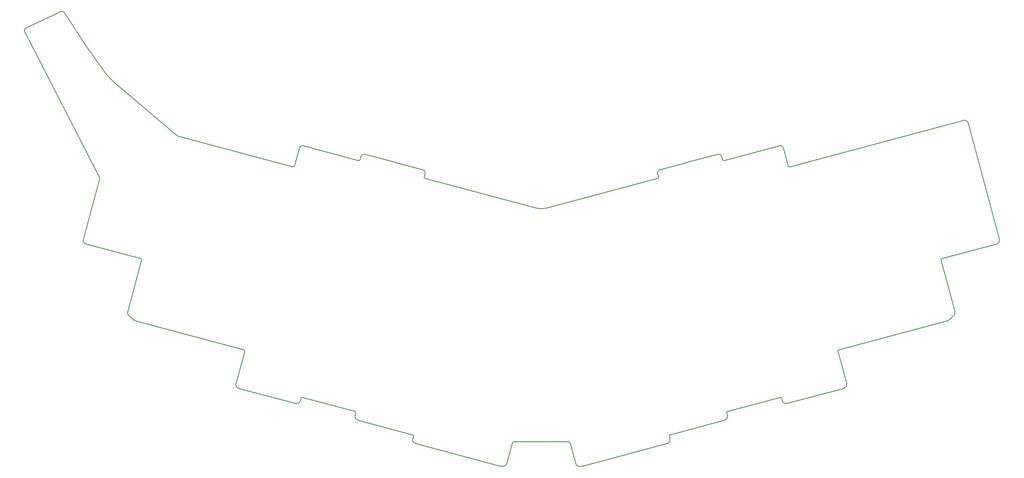
<source format=gbr>
%TF.GenerationSoftware,KiCad,Pcbnew,8.0.6*%
%TF.CreationDate,2024-12-13T19:23:41-05:00*%
%TF.ProjectId,10133,31303133-332e-46b6-9963-61645f706362,rev?*%
%TF.SameCoordinates,Original*%
%TF.FileFunction,Profile,NP*%
%FSLAX46Y46*%
G04 Gerber Fmt 4.6, Leading zero omitted, Abs format (unit mm)*
G04 Created by KiCad (PCBNEW 8.0.6) date 2024-12-13 19:23:41*
%MOMM*%
%LPD*%
G01*
G04 APERTURE LIST*
%TA.AperFunction,Profile*%
%ADD10C,0.250000*%
%TD*%
G04 APERTURE END LIST*
D10*
X125807095Y-2610676D02*
G75*
G02*
X125377515Y-2833549I-720695J863676D01*
G01*
X-127816937Y-55595D02*
X-123514569Y16001060D01*
X-147245382Y92476710D02*
X-146456681Y91190100D01*
X-141527226Y22380452D02*
X-136494911Y41161311D01*
X-136552208Y41698082D02*
G75*
G02*
X-136494911Y41161311I-667144J-342657D01*
G01*
X91643299Y-12260832D02*
X94336634Y-22312500D01*
X-8977629Y-40759880D02*
G75*
G02*
X-8253185Y-40203995I724444J-194115D01*
G01*
X130482498Y59253276D02*
G75*
G02*
X131860311Y58457773I291202J-1086576D01*
G01*
X-73430899Y51362101D02*
X-56478899Y46819826D01*
X-140731732Y21002614D02*
G75*
G02*
X-141527226Y22380452I291167J1086663D01*
G01*
X-148591693Y92879102D02*
G75*
G02*
X-147245382Y92476710I448530J-952741D01*
G01*
X-8977629Y-40759880D02*
X-10654175Y-47016832D01*
X-159567238Y86508041D02*
G75*
G02*
X-159079055Y87941890I936715J481107D01*
G01*
X-39787367Y-38093615D02*
G75*
G02*
X-39522202Y-38552896I-97056J-362222D01*
G01*
X55791538Y47936214D02*
X56019621Y47084991D01*
X-93541138Y-23690336D02*
G75*
G02*
X-94336634Y-22312498I291173J1086668D01*
G01*
X123514569Y16001060D02*
G75*
G02*
X123779739Y16460325I362231J97040D01*
G01*
X-55791536Y47936214D02*
G75*
G02*
X-54413699Y48731711I1086669J-291174D01*
G01*
X75864696Y-28426725D02*
G75*
G02*
X74486857Y-27631229I-291196J1086625D01*
G01*
X-74258774Y-26780008D02*
X-74486858Y-27631228D01*
X56478900Y46819826D02*
X73430899Y51362101D01*
X-39787367Y-38093615D02*
X-56739363Y-33551342D01*
X-54413699Y48731710D02*
X-53139663Y48390333D01*
X-36737256Y43995320D02*
G75*
G02*
X-35941761Y42617483I-291171J-1086666D01*
G01*
X74486858Y-27631229D02*
X74258774Y-26780006D01*
X-126463618Y-2060441D02*
G75*
G02*
X-127473381Y-1191403I39336633J46727647D01*
G01*
X-57571940Y-30863002D02*
G75*
G02*
X-57306774Y-31322282I-97059J-362224D01*
G01*
X-135033985Y74376833D02*
X-133438765Y72476202D01*
X57534860Y-32173504D02*
G75*
G02*
X56739372Y-33551367I-1086660J-291196D01*
G01*
X73799494Y-26514842D02*
G75*
G02*
X74258787Y-26780002I97106J-362158D01*
G01*
X-126463618Y-2060441D02*
X-125807097Y-2610676D01*
X-74258774Y-26780008D02*
G75*
G02*
X-73799494Y-26514842I362221J-97054D01*
G01*
X-57534860Y-32173504D02*
X-57306775Y-31322282D01*
X39522201Y-38552894D02*
G75*
G02*
X39787357Y-38093587I362199J97094D01*
G01*
X-127473381Y-1191403D02*
G75*
G02*
X-127816937Y-55595I743110J844637D01*
G01*
X39750285Y-39404117D02*
G75*
G02*
X38954796Y-40781981I-1086685J-291183D01*
G01*
X-140927172Y82624954D02*
X-135033985Y74376833D01*
X1391152Y32059109D02*
G75*
G02*
X-1391152Y32059109I-1391152J5191839D01*
G01*
X1391152Y32059109D02*
X35904680Y41306981D01*
X-131660378Y70775822D02*
X-112654745Y54551897D01*
X-123779734Y16460339D02*
X-140731732Y21002614D01*
X-146456681Y91190100D02*
X-140927172Y82624954D01*
X73799494Y-26514842D02*
X57571940Y-30863002D01*
X36169845Y41766260D02*
X35941761Y42617481D01*
X125377515Y-2833548D02*
X91908462Y-11801553D01*
X38954789Y-40781955D02*
X12925690Y-47756432D01*
X11808493Y-47848624D02*
X12707318Y-47792407D01*
X-94336634Y-22312498D02*
X-91643298Y-12260832D01*
X-56019621Y47084991D02*
X-55791536Y47936214D01*
X-133438765Y72476202D02*
X-131660378Y70775822D01*
X141527226Y22380452D02*
G75*
G02*
X140731737Y21002597I-1086726J-291152D01*
G01*
X-136552208Y41698082D02*
X-159567238Y86508041D01*
X10654175Y-47016831D02*
X8977629Y-40759880D01*
X57306775Y-31322282D02*
G75*
G02*
X57571932Y-30862971I362225J97082D01*
G01*
X123514569Y16001060D02*
X127816937Y-55595D01*
X-10654175Y-47016832D02*
G75*
G02*
X-11808493Y-47848623I-1086668J291175D01*
G01*
X-76269447Y45115162D02*
X-74808737Y50566606D01*
X-74808737Y50566606D02*
G75*
G02*
X-73430899Y51362101I1086667J-291172D01*
G01*
X53139762Y48390358D02*
G75*
G02*
X45089324Y46233250I-53140325J182221549D01*
G01*
X-91908463Y-11801552D02*
G75*
G02*
X-91643298Y-12260832I-97062J-362225D01*
G01*
X8253185Y-40203994D02*
X-8253185Y-40203995D01*
X-45089406Y46233273D02*
G75*
G02*
X-53139663Y48390334I45090006J184378627D01*
G01*
X-125377515Y-2833548D02*
G75*
G02*
X-125807097Y-2610676I291180J1086686D01*
G01*
X91643299Y-12260832D02*
G75*
G02*
X91908456Y-11801529I362301J97032D01*
G01*
X-12707318Y-47792407D02*
G75*
G02*
X-12925690Y-47756432I72811J1122726D01*
G01*
X-56739363Y-33551342D02*
G75*
G02*
X-57534860Y-32173504I291173J1086669D01*
G01*
X74808737Y50566608D02*
X76269447Y45115163D01*
X-35904680Y41306981D02*
G75*
G02*
X-36169845Y41766260I97055J362221D01*
G01*
X-76269447Y45115162D02*
G75*
G02*
X-76728726Y44849997I-362221J97055D01*
G01*
X8253185Y-40203994D02*
G75*
G02*
X8977576Y-40759894I15J-749906D01*
G01*
X56478900Y46819826D02*
G75*
G02*
X56019603Y47084986I-97100J362174D01*
G01*
X57306775Y-31322282D02*
X57534860Y-32173504D01*
X35941761Y42617481D02*
G75*
G02*
X36737264Y43995288I1086539J291219D01*
G01*
X131860336Y58457780D02*
X141527226Y22380452D01*
X12925690Y-47756432D02*
G75*
G02*
X12707318Y-47792402I-290990J1085732D01*
G01*
X-57571940Y-30863002D02*
X-73799494Y-26514842D01*
X-12707318Y-47792407D02*
X-11808493Y-47848624D01*
X76728724Y44849996D02*
X130482498Y59253276D01*
X-75864696Y-28426725D02*
X-93541138Y-23690336D01*
X56739365Y-33551342D02*
X39787364Y-38093615D01*
X-56019621Y47084991D02*
G75*
G02*
X-56478899Y46819825I-362224J97060D01*
G01*
X-12925690Y-47756432D02*
X-38954789Y-40781954D01*
X-35941761Y42617483D02*
X-36169845Y41766260D01*
X36169845Y41766260D02*
G75*
G02*
X35904685Y41306962I-362245J-97060D01*
G01*
X73430899Y51362101D02*
G75*
G02*
X74808727Y50566605I291201J-1086601D01*
G01*
X93541138Y-23690336D02*
X75864696Y-28426725D01*
X127473380Y-1191400D02*
G75*
G02*
X126463617Y-2060440I-40361980J45876600D01*
G01*
X-74486858Y-27631228D02*
G75*
G02*
X-75864696Y-28426725I-1086666J291168D01*
G01*
X-45089406Y46233273D02*
X-36737256Y43995320D01*
X53139762Y48390358D02*
X54413699Y48731710D01*
X-39750285Y-39404117D02*
X-39522201Y-38552896D01*
X-112361920Y54397881D02*
X-76728726Y44849997D01*
X11808493Y-47848624D02*
G75*
G02*
X10654173Y-47016831I-67653J1122964D01*
G01*
X-38954789Y-40781954D02*
G75*
G02*
X-39750285Y-39404117I291172J1086667D01*
G01*
X127816937Y-55595D02*
G75*
G02*
X127473378Y-1191398I-1086537J-291205D01*
G01*
X-35904680Y41306981D02*
X-1391152Y32059109D01*
X39522201Y-38552894D02*
X39750285Y-39404117D01*
X-91908463Y-11801552D02*
X-125377515Y-2833548D01*
X140731732Y21002614D02*
X123779735Y16460340D01*
X36737256Y43995319D02*
X45089324Y46233250D01*
X54413699Y48731710D02*
G75*
G02*
X55791534Y47936213I291201J-1086610D01*
G01*
X76728724Y44849996D02*
G75*
G02*
X76269428Y45115158I-97024J362304D01*
G01*
X-112361920Y54397881D02*
G75*
G02*
X-112654745Y54551897I194113J724436D01*
G01*
X125807095Y-2610676D02*
X126463617Y-2060440D01*
X-159079055Y87941890D02*
X-148591693Y92879102D01*
X94336634Y-22312500D02*
G75*
G02*
X93541142Y-23690350I-1086634J-291200D01*
G01*
X-123779734Y16460339D02*
G75*
G02*
X-123514570Y16001060I-97058J-362222D01*
G01*
M02*

</source>
